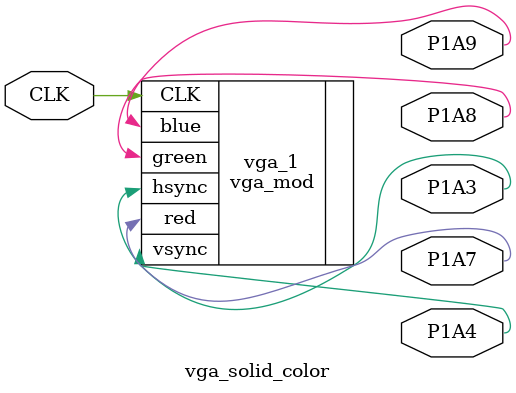
<source format=v>

module vga_solid_color (
	input CLK,
	output P1A3,
	output P1A4,
	output P1A7,
	output P1A8,
	output P1A9
);


vga_mod vga_1 (
	.CLK(CLK),
	.hsync(P1A3),
	.vsync(P1A4),
	.red(P1A7),
	.green(P1A8),
	.blue(P1A9)
);


endmodule

</source>
